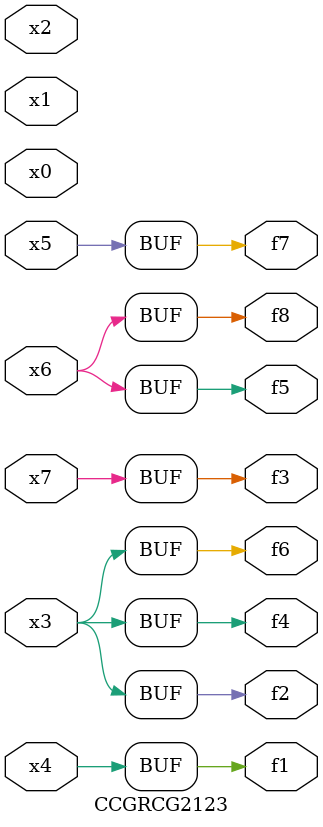
<source format=v>
module CCGRCG2123(
	input x0, x1, x2, x3, x4, x5, x6, x7,
	output f1, f2, f3, f4, f5, f6, f7, f8
);
	assign f1 = x4;
	assign f2 = x3;
	assign f3 = x7;
	assign f4 = x3;
	assign f5 = x6;
	assign f6 = x3;
	assign f7 = x5;
	assign f8 = x6;
endmodule

</source>
